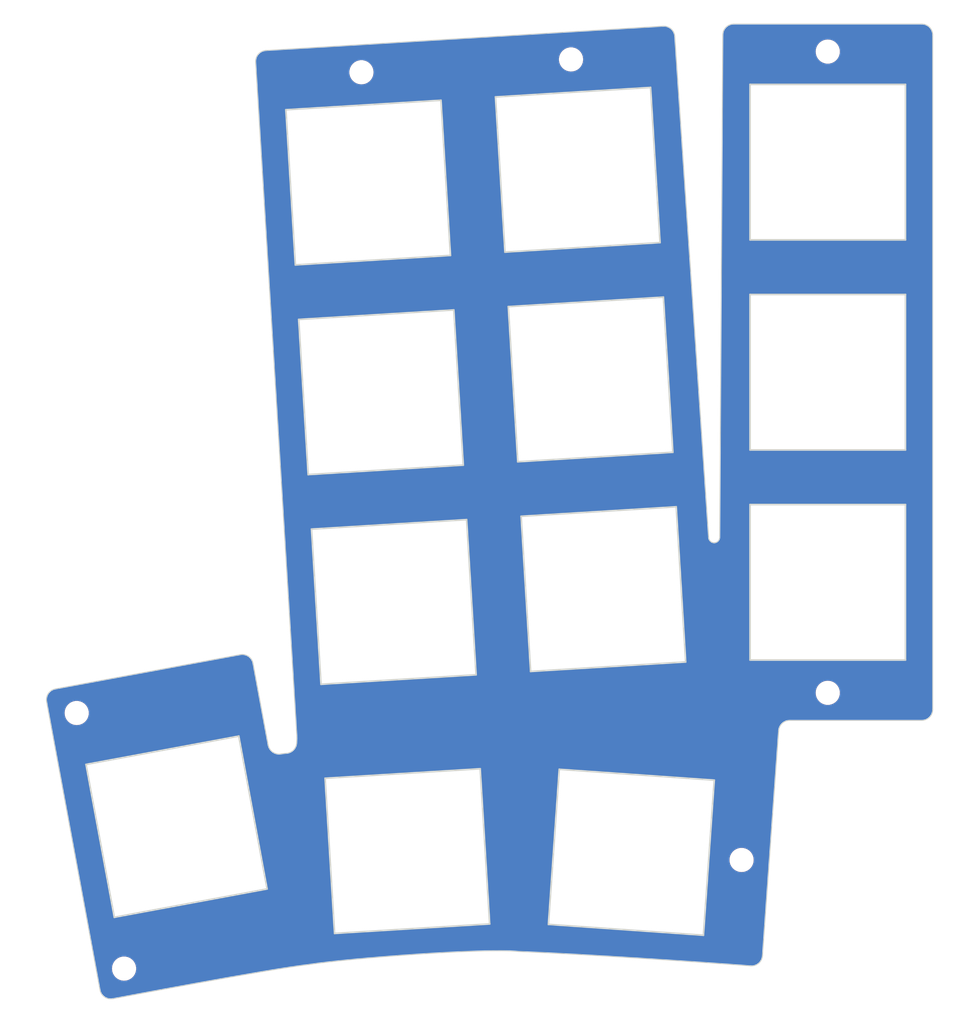
<source format=kicad_pcb>
(kicad_pcb (version 20240108) (generator "pcbnew") (generator_version "8.0")
  (title_block (title "ISW-OOZY") (rev "1.0"))
  (layers (0 "F.Cu" signal) (31 "B.Cu" signal) (34 "B.Paste" user) (35 "F.Paste" user) (36 "B.SilkS" user "B.Silkscreen") (37 "F.SilkS" user "F.Silkscreen") (38 "B.Mask" user) (39 "F.Mask" user) (44 "Edge.Cuts" user))
  (net 0 "")
  (footprint "kbd_SW_Hole:SW_Hole_1u" (layer "F.Cu") (at 61.736965 67.557571 3.5)
    (property "Reference" "SW16" (hide yes))
    (property "Value" "SW_Push" (hide yes))
    (fp_line (start -7.05 -7.05) (end 7.05 -7.05) (stroke (width 0.15)) (layer "Edge.Cuts"))
    (fp_line (start -7.05 7.05) (end -7.05 -7.05) (stroke (width 0.15)) (layer "Edge.Cuts"))
    (fp_line (start 7.05 -7.05) (end 7.05 7.05) (stroke (width 0.15)) (layer "Edge.Cuts"))
    (fp_line (start 7.05 7.05) (end -7.05 7.05) (stroke (width 0.15)) (layer "Edge.Cuts"))
  )
  (footprint "kbd_SW_Hole:SW_Hole_1u" (layer "F.Cu") (at 81.914408 85.409064 3.5)
    (property "Reference" "SW27" (hide yes))
    (property "Value" "SW_Push" (hide yes))
    (fp_line (start -7.05 -7.05) (end 7.05 -7.05) (stroke (width 0.15)) (layer "Edge.Cuts"))
    (fp_line (start -7.05 7.05) (end -7.05 -7.05) (stroke (width 0.15)) (layer "Edge.Cuts"))
    (fp_line (start 7.05 -7.05) (end 7.05 7.05) (stroke (width 0.15)) (layer "Edge.Cuts"))
    (fp_line (start 7.05 7.05) (end -7.05 7.05) (stroke (width 0.15)) (layer "Edge.Cuts"))
  )
  (footprint "kbd_Hole:m2_Screw_Hole_EdgeCuts" (layer "F.Cu") (at 102.267174 36.663474 -18)
    (property "Reference" "Ref05" (hide yes))
    (property "Value" "Val2" (hide yes))
    (fp_circle (center 0 0) (end 1.1 0) (stroke (width 0.01)) (fill none) (layer "Edge.Cuts"))
  )
  (footprint "kbd_Hole:m2_Screw_Hole_EdgeCuts" (layer "F.Cu") (at 38.429477 119.823165 -18)
    (property "Reference" "Ref6" (hide yes))
    (property "Value" "Val1" (hide yes))
    (fp_circle (center 0 0) (end 1.1 0) (stroke (width 0.01)) (fill none) (layer "Edge.Cuts"))
  )
  (footprint "kbd_SW_Hole:SW_Hole_1u" (layer "F.Cu") (at 79.588458 47.380128 3.5)
    (property "Reference" "SW7" (hide yes))
    (property "Value" "SW_Push" (hide yes))
    (fp_line (start -7.05 -7.05) (end 7.05 -7.05) (stroke (width 0.15)) (layer "Edge.Cuts"))
    (fp_line (start -7.05 7.05) (end -7.05 -7.05) (stroke (width 0.15)) (layer "Edge.Cuts"))
    (fp_line (start 7.05 -7.05) (end 7.05 7.05) (stroke (width 0.15)) (layer "Edge.Cuts"))
    (fp_line (start 7.05 7.05) (end -7.05 7.05) (stroke (width 0.15)) (layer "Edge.Cuts"))
  )
  (footprint "kbd_Hole:m2_Screw_Hole_EdgeCuts" (layer "F.Cu") (at 59.962488 38.537635 -18)
    (property "Reference" "Ref3" (hide yes))
    (property "Value" "Val1" (hide yes))
    (fp_circle (center 0 0) (end 1.1 0) (stroke (width 0.01)) (fill none) (layer "Edge.Cuts"))
  )
  (footprint "kbd_SW_Hole:SW_Hole_1u" (layer "F.Cu") (at 62.89994 86.572038 3.5)
    (property "Reference" "SW26" (hide yes))
    (property "Value" "SW_Push" (hide yes))
    (fp_line (start -7.05 -7.05) (end 7.05 -7.05) (stroke (width 0.15)) (layer "Edge.Cuts"))
    (fp_line (start -7.05 7.05) (end -7.05 -7.05) (stroke (width 0.15)) (layer "Edge.Cuts"))
    (fp_line (start 7.05 -7.05) (end 7.05 7.05) (stroke (width 0.15)) (layer "Edge.Cuts"))
    (fp_line (start 7.05 7.05) (end -7.05 7.05) (stroke (width 0.15)) (layer "Edge.Cuts"))
  )
  (footprint "kbd_SW_Hole:SW_Hole_1u" (layer "F.Cu") (at 84.447925 109.272144 -4)
    (property "Reference" "SW37" (hide yes))
    (property "Value" "SW_Push" (hide yes))
    (fp_line (start -7.05 7.05) (end -7.05 -7.05) (stroke (width 0.15)) (layer "Edge.Cuts"))
    (fp_line (start -7.05 -7.05) (end 7.05 -7.05) (stroke (width 0.15)) (layer "Edge.Cuts"))
    (fp_line (start 7.05 7.05) (end -7.05 7.05) (stroke (width 0.15)) (layer "Edge.Cuts"))
    (fp_line (start 7.05 -7.05) (end 7.05 7.05) (stroke (width 0.15)) (layer "Edge.Cuts"))
  )
  (footprint "kbd_Hole:m2_Screw_Hole_EdgeCuts" (layer "F.Cu") (at 102.267118 94.813522 -18)
    (property "Reference" "Ref08" (hide yes))
    (property "Value" "Val2" (hide yes))
    (fp_circle (center 0 0) (end 1.1 0) (stroke (width 0.01)) (fill none) (layer "Edge.Cuts"))
  )
  (footprint "kbd_Hole:m2_Screw_Hole_EdgeCuts" (layer "F.Cu") (at 34.133287 96.642949 -18)
    (property "Reference" "Ref012" (hide yes))
    (property "Value" "Val2" (hide yes))
    (fp_circle (center 0 0) (end 1.1 0) (stroke (width 0.01)) (fill none) (layer "Edge.Cuts"))
  )
  (footprint "kbd_Hole:m2_Screw_Hole_EdgeCuts" (layer "F.Cu") (at 78.976984 37.37472 -18)
    (property "Reference" "Ref04" (hide yes))
    (property "Value" "Val2" (hide yes))
    (fp_circle (center 0 0) (end 1.1 0) (stroke (width 0.01)) (fill none) (layer "Edge.Cuts"))
  )
  (footprint "kbd_SW_Hole:SW_Hole_1u" (layer "F.Cu") (at 64.130776 109.165607 3.5)
    (property "Reference" "SW36" (hide yes))
    (property "Value" "SW_Push" (hide yes))
    (fp_line (start -7.05 -7.05) (end 7.05 -7.05) (stroke (width 0.15)) (layer "Edge.Cuts"))
    (fp_line (start -7.05 7.05) (end -7.05 -7.05) (stroke (width 0.15)) (layer "Edge.Cuts"))
    (fp_line (start 7.05 -7.05) (end 7.05 7.05) (stroke (width 0.15)) (layer "Edge.Cuts"))
    (fp_line (start 7.05 7.05) (end -7.05 7.05) (stroke (width 0.15)) (layer "Edge.Cuts"))
  )
  (footprint "kbd_SW_Hole:SW_Hole_1u" (layer "F.Cu") (at 102.267129 65.738387)
    (property "Reference" "SW18" (hide yes))
    (property "Value" "SW_Push" (hide yes))
    (fp_line (start -7.05 -7.05) (end 7.05 -7.05) (stroke (width 0.15)) (layer "Edge.Cuts"))
    (fp_line (start -7.05 7.05) (end -7.05 -7.05) (stroke (width 0.15)) (layer "Edge.Cuts"))
    (fp_line (start 7.05 -7.05) (end 7.05 7.05) (stroke (width 0.15)) (layer "Edge.Cuts"))
    (fp_line (start 7.05 7.05) (end -7.05 7.05) (stroke (width 0.15)) (layer "Edge.Cuts"))
  )
  (footprint "kbd_SW_Hole:SW_Hole_1u" (layer "F.Cu") (at 60.573991 48.543103 3.5)
    (property "Reference" "SW6" (hide yes))
    (property "Value" "SW_Push" (hide yes))
    (fp_line (start -7.05 -7.05) (end 7.05 -7.05) (stroke (width 0.15)) (layer "Edge.Cuts"))
    (fp_line (start -7.05 7.05) (end -7.05 -7.05) (stroke (width 0.15)) (layer "Edge.Cuts"))
    (fp_line (start 7.05 -7.05) (end 7.05 7.05) (stroke (width 0.15)) (layer "Edge.Cuts"))
    (fp_line (start 7.05 7.05) (end -7.05 7.05) (stroke (width 0.15)) (layer "Edge.Cuts"))
  )
  (footprint "kbd_SW_Hole:SW_Hole_1u" (layer "F.Cu") (at 102.267191 46.688436)
    (property "Reference" "SW8" (hide yes))
    (property "Value" "SW_Push" (hide yes))
    (fp_line (start -7.05 -7.05) (end 7.05 -7.05) (stroke (width 0.15)) (layer "Edge.Cuts"))
    (fp_line (start -7.05 7.05) (end -7.05 -7.05) (stroke (width 0.15)) (layer "Edge.Cuts"))
    (fp_line (start 7.05 -7.05) (end 7.05 7.05) (stroke (width 0.15)) (layer "Edge.Cuts"))
    (fp_line (start 7.05 7.05) (end -7.05 7.05) (stroke (width 0.15)) (layer "Edge.Cuts"))
  )
  (footprint "kbd_SW_Hole:SW_Hole_1.5u" (layer "F.Cu") (at 43.1903 106.952571 -79.5)
    (property "Reference" "SW35" (hide yes))
    (property "Value" "SW_Push" (hide yes))
    (fp_line (start -7.049998 7.050001) (end -7.050001 -7.049998) (stroke (width 0.15)) (layer "Edge.Cuts"))
    (fp_line (start 7.050001 7.049998) (end -7.049998 7.050001) (stroke (width 0.15)) (layer "Edge.Cuts"))
    (fp_line (start -7.050001 -7.049998) (end 7.049998 -7.050001) (stroke (width 0.15)) (layer "Edge.Cuts"))
    (fp_line (start 7.049998 -7.050001) (end 7.050001 7.049998) (stroke (width 0.15)) (layer "Edge.Cuts"))
  )
  (footprint "kbd_SW_Hole:SW_Hole_1u" (layer "F.Cu") (at 80.751433 66.394596 3.5)
    (property "Reference" "SW17" (hide yes))
    (property "Value" "SW_Push" (hide yes))
    (fp_line (start -7.05 -7.05) (end 7.05 -7.05) (stroke (width 0.15)) (layer "Edge.Cuts"))
    (fp_line (start -7.05 7.05) (end -7.05 -7.05) (stroke (width 0.15)) (layer "Edge.Cuts"))
    (fp_line (start 7.05 -7.05) (end 7.05 7.05) (stroke (width 0.15)) (layer "Edge.Cuts"))
    (fp_line (start 7.05 7.05) (end -7.05 7.05) (stroke (width 0.15)) (layer "Edge.Cuts"))
  )
  (footprint "kbd_SW_Hole:SW_Hole_1u" (layer "F.Cu") (at 102.267162 84.78837)
    (property "Reference" "SW28" (hide yes))
    (property "Value" "SW_Push" (hide yes))
    (fp_line (start -7.05 -7.05) (end 7.05 -7.05) (stroke (width 0.15)) (layer "Edge.Cuts"))
    (fp_line (start -7.05 7.05) (end -7.05 -7.05) (stroke (width 0.15)) (layer "Edge.Cuts"))
    (fp_line (start 7.05 -7.05) (end 7.05 7.05) (stroke (width 0.15)) (layer "Edge.Cuts"))
    (fp_line (start 7.05 7.05) (end -7.05 7.05) (stroke (width 0.15)) (layer "Edge.Cuts"))
  )
  (footprint "kbd_Hole:m2_Screw_Hole_EdgeCuts" (layer "F.Cu") (at 94.4485 109.971417 -18)
    (property "Reference" "Ref011" (hide yes))
    (property "Value" "Val2" (hide yes))
    (fp_circle (center 0 0) (end 1.1 0) (stroke (width 0.01)) (fill none) (layer "Edge.Cuts"))
  )
  (gr_curve (pts (xy 110.791636 34.162643) (xy 111.343551 34.162643) (xy 111.791636 34.610728) (xy 111.791635 35.162643)) (stroke (width 0.09)) (layer "Edge.Cuts"))
  (gr_curve (pts (xy 51.503844 99.551567) (xy 51.553364 99.818485) (xy 51.709273 100.053799) (xy 51.935764 100.203462)) (stroke (width 0.09)) (layer "Edge.Cuts"))
  (gr_curve (pts (xy 92.741636 35.162643) (xy 92.741636 34.610728) (xy 93.189721 34.162643) (xy 93.741635 34.162643)) (stroke (width 0.09)) (layer "Edge.Cuts"))
  (gr_curve (pts (xy 91.978623 81.206455) (xy 92.247479 81.198199) (xy 92.461624 80.978722) (xy 92.463267 80.709744)) (stroke (width 0.09)) (layer "Edge.Cuts"))
  (gr_curve (pts (xy 54.086662 99.327622) (xy 54.102557 99.089429) (xy 54.10784 98.846013) (xy 54.096282 98.657052)) (stroke (width 0.09)) (layer "Edge.Cuts"))
  (gr_curve (pts (xy 50.363165 37.62111) (xy 50.329471 37.070224) (xy 50.749365 36.595619) (xy 51.300251 36.561926)) (stroke (width 0.09)) (layer "Edge.Cuts"))
  (gr_curve (pts (xy 51.935764 100.203462) (xy 52.162254 100.353125) (xy 52.439859 100.404274) (xy 52.704817 100.345162)) (stroke (width 0.09)) (layer "Edge.Cuts"))
  (gr_curve (pts (xy 52.704817 100.345162) (xy 52.885553 100.31949) (xy 53.072804 100.302662) (xy 53.246706 100.287382)) (stroke (width 0.09)) (layer "Edge.Cuts"))
  (gr_line (start 111.791635 35.162643) (end 111.791636 96.312644) (stroke (width 0.09)) (layer "Edge.Cuts"))
  (gr_curve (pts (xy 96.347255 118.649229) (xy 96.308755 119.199798) (xy 95.830505 119.615536) (xy 95.279934 119.577035)) (stroke (width 0.09)) (layer "Edge.Cuts"))
  (gr_curve (pts (xy 87.332917 34.358074) (xy 87.883802 34.32438) (xy 88.358407 34.744274) (xy 88.392101 35.29516)) (stroke (width 0.09)) (layer "Edge.Cuts"))
  (gr_line (start 51.300251 36.561926) (end 87.332917 34.358074) (stroke (width 0.09)) (layer "Edge.Cuts"))
  (gr_line (start 88.392101 35.29516) (end 91.464415 80.740416) (stroke (width 0.09)) (layer "Edge.Cuts"))
  (gr_curve (pts (xy 74.232683 118.271063) (xy 71.012049 117.943669) (xy 58.861611 118.886256) (xy 55.207244 119.450414)) (stroke (width 0.09)) (layer "Edge.Cuts"))
  (gr_curve (pts (xy 111.791636 96.312644) (xy 111.791636 96.864558) (xy 111.34355 97.312643) (xy 110.791636 97.312643)) (stroke (width 0.09)) (layer "Edge.Cuts"))
  (gr_curve (pts (xy 31.401264 95.622802) (xy 31.300686 95.080128) (xy 31.65961 94.55789) (xy 32.202283 94.457311)) (stroke (width 0.09)) (layer "Edge.Cuts"))
  (gr_line (start 50.13227 92.151215) (end 51.503844 99.551567) (stroke (width 0.09)) (layer "Edge.Cuts"))
  (gr_curve (pts (xy 91.464415 80.740416) (xy 91.482558 81.008786) (xy 91.709766 81.214711) (xy 91.978623 81.206455)) (stroke (width 0.09)) (layer "Edge.Cuts"))
  (gr_curve (pts (xy 55.207244 119.450414) (xy 51.584831 119.859716) (xy 37.409663 122.553821) (xy 37.409663 122.553821)) (stroke (width 0.09)) (layer "Edge.Cuts"))
  (gr_line (start 32.202283 94.457311) (end 48.966779 91.350196) (stroke (width 0.09)) (layer "Edge.Cuts"))
  (gr_curve (pts (xy 53.246706 100.287382) (xy 53.722121 100.212997) (xy 54.07595 99.808702) (xy 54.086662 99.327622)) (stroke (width 0.09)) (layer "Edge.Cuts"))
  (gr_line (start 36.244173 121.752801) (end 31.401264 95.622802) (stroke (width 0.09)) (layer "Edge.Cuts"))
  (gr_curve (pts (xy 48.966779 91.350196) (xy 49.509452 91.249617) (xy 50.031691 91.608542) (xy 50.13227 92.151215)) (stroke (width 0.09)) (layer "Edge.Cuts"))
  (gr_line (start 92.463267 80.709744) (end 92.741636 35.162643) (stroke (width 0.09)) (layer "Edge.Cuts"))
  (gr_line (start 110.791636 97.312643) (end 98.812251 97.312643) (stroke (width 0.09)) (layer "Edge.Cuts"))
  (gr_curve (pts (xy 95.279934 119.577035) (xy 91.129754 119.255061) (xy 79.701093 118.48404) (xy 74.232683 118.271063)) (stroke (width 0.09)) (layer "Edge.Cuts"))
  (gr_line (start 54.096282 98.657052) (end 50.363165 37.62111) (stroke (width 0.09)) (layer "Edge.Cuts"))
  (gr_curve (pts (xy 97.814868 98.237157) (xy 97.468028 102.942249) (xy 96.347255 118.649229) (xy 96.347255 118.649229)) (stroke (width 0.09)) (layer "Edge.Cuts"))
  (gr_line (start 93.741635 34.162643) (end 110.791636 34.162643) (stroke (width 0.09)) (layer "Edge.Cuts"))
  (gr_curve (pts (xy 37.409663 122.553821) (xy 36.86699 122.654399) (xy 36.344751 122.295474) (xy 36.244173 121.752801)) (stroke (width 0.09)) (layer "Edge.Cuts"))
  (gr_curve (pts (xy 98.812251 97.312643) (xy 98.289157 97.312519) (xy 97.854354 97.715556) (xy 97.814868 98.237157)) (stroke (width 0.09)) (layer "Edge.Cuts"))
  (zone (net 0) (net_name "") (layers "F&B.Cu") (connect_pads (clearance 0.5)) (min_thickness 0.25) (fill yes (thermal_gap 0.5) (thermal_bridge_width 0.5) (island_removal_mode 1) (island_area_min 10))
    (polygon (pts (xy 27.174025 31.98452) (xy 115.280275 31.98452) (xy 115.280275 124.85327) (xy 29.555275 124.85327)))
  )
)
</source>
